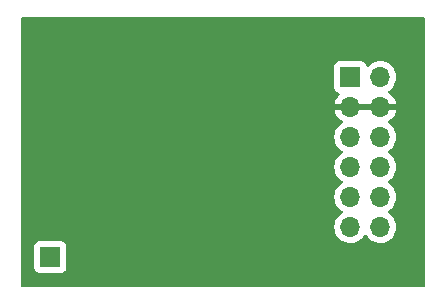
<source format=gbr>
%TF.GenerationSoftware,KiCad,Pcbnew,7.0.1*%
%TF.CreationDate,2023-03-26T17:18:11+02:00*%
%TF.ProjectId,AS4432_ANT_PMOD,41533434-3332-45f4-914e-545f504d4f44,rev?*%
%TF.SameCoordinates,Original*%
%TF.FileFunction,Copper,L2,Bot*%
%TF.FilePolarity,Positive*%
%FSLAX46Y46*%
G04 Gerber Fmt 4.6, Leading zero omitted, Abs format (unit mm)*
G04 Created by KiCad (PCBNEW 7.0.1) date 2023-03-26 17:18:11*
%MOMM*%
%LPD*%
G01*
G04 APERTURE LIST*
%TA.AperFunction,ComponentPad*%
%ADD10R,1.700000X1.700000*%
%TD*%
%TA.AperFunction,ComponentPad*%
%ADD11O,1.700000X1.700000*%
%TD*%
G04 APERTURE END LIST*
D10*
%TO.P,J1,1,Pin_1*%
%TO.N,VCC*%
X149860000Y-43180000D03*
D11*
%TO.P,J1,2,Pin_2*%
X152400000Y-43180000D03*
%TO.P,J1,3,Pin_3*%
%TO.N,GND*%
X149860000Y-45720000D03*
%TO.P,J1,4,Pin_4*%
X152400000Y-45720000D03*
%TO.P,J1,5,Pin_5*%
%TO.N,SCK*%
X149860000Y-48260000D03*
%TO.P,J1,6,Pin_6*%
%TO.N,unconnected-(J1-Pin_6-Pad6)*%
X152400000Y-48260000D03*
%TO.P,J1,7,Pin_7*%
%TO.N,MISO*%
X149860000Y-50800000D03*
%TO.P,J1,8,Pin_8*%
%TO.N,unconnected-(J1-Pin_8-Pad8)*%
X152400000Y-50800000D03*
%TO.P,J1,9,Pin_9*%
%TO.N,MOSI*%
X149860000Y-53340000D03*
%TO.P,J1,10,Pin_10*%
%TO.N,nRESET*%
X152400000Y-53340000D03*
%TO.P,J1,11,Pin_11*%
%TO.N,nCS*%
X149860000Y-55880000D03*
%TO.P,J1,12,Pin_12*%
%TO.N,IRQ*%
X152400000Y-55880000D03*
%TD*%
D10*
%TO.P,J2,1,Pin_1*%
%TO.N,Net-(J2-Pin_1)*%
X124460000Y-58420000D03*
%TD*%
%TA.AperFunction,Conductor*%
%TO.N,GND*%
G36*
X156121500Y-38142381D02*
G01*
X156167619Y-38188500D01*
X156184500Y-38251500D01*
X156184500Y-60808500D01*
X156167619Y-60871500D01*
X156121500Y-60917619D01*
X156058500Y-60934500D01*
X122071500Y-60934500D01*
X122008500Y-60917619D01*
X121962381Y-60871500D01*
X121945500Y-60808500D01*
X121945500Y-59317874D01*
X123109500Y-59317874D01*
X123115908Y-59377481D01*
X123166204Y-59512331D01*
X123252453Y-59627546D01*
X123338703Y-59692112D01*
X123367669Y-59713796D01*
X123502517Y-59764091D01*
X123562127Y-59770500D01*
X125357872Y-59770499D01*
X125357874Y-59770499D01*
X125387677Y-59767295D01*
X125417483Y-59764091D01*
X125552331Y-59713796D01*
X125667546Y-59627546D01*
X125753796Y-59512331D01*
X125804091Y-59377483D01*
X125810500Y-59317873D01*
X125810499Y-57522128D01*
X125804091Y-57462517D01*
X125753796Y-57327669D01*
X125732112Y-57298702D01*
X125667546Y-57212453D01*
X125552331Y-57126204D01*
X125417483Y-57075909D01*
X125357872Y-57069500D01*
X123562125Y-57069500D01*
X123502518Y-57075908D01*
X123367668Y-57126204D01*
X123252453Y-57212453D01*
X123166204Y-57327668D01*
X123115909Y-57462517D01*
X123109500Y-57522127D01*
X123109500Y-59317874D01*
X121945500Y-59317874D01*
X121945500Y-55880000D01*
X148504341Y-55880000D01*
X148524937Y-56115409D01*
X148586096Y-56343663D01*
X148685965Y-56557830D01*
X148821507Y-56751404D01*
X148988595Y-56918492D01*
X148988598Y-56918494D01*
X148988599Y-56918495D01*
X149182170Y-57054035D01*
X149229077Y-57075908D01*
X149396336Y-57153903D01*
X149479881Y-57176288D01*
X149624592Y-57215063D01*
X149860000Y-57235659D01*
X150095408Y-57215063D01*
X150323663Y-57153903D01*
X150537830Y-57054035D01*
X150731401Y-56918495D01*
X150898495Y-56751401D01*
X151026787Y-56568180D01*
X151071820Y-56528689D01*
X151130000Y-56514452D01*
X151188180Y-56528689D01*
X151233213Y-56568181D01*
X151361507Y-56751404D01*
X151528595Y-56918492D01*
X151528598Y-56918494D01*
X151528599Y-56918495D01*
X151722170Y-57054035D01*
X151769077Y-57075908D01*
X151936336Y-57153903D01*
X152019881Y-57176288D01*
X152164592Y-57215063D01*
X152400000Y-57235659D01*
X152635408Y-57215063D01*
X152863663Y-57153903D01*
X153077830Y-57054035D01*
X153271401Y-56918495D01*
X153438495Y-56751401D01*
X153574035Y-56557830D01*
X153673903Y-56343663D01*
X153735063Y-56115408D01*
X153755659Y-55880000D01*
X153735063Y-55644592D01*
X153673903Y-55416337D01*
X153574035Y-55202171D01*
X153438495Y-55008599D01*
X153438494Y-55008598D01*
X153438492Y-55008595D01*
X153271404Y-54841507D01*
X153088181Y-54713212D01*
X153048688Y-54668179D01*
X153034452Y-54609999D01*
X153048689Y-54551818D01*
X153088180Y-54506787D01*
X153271401Y-54378495D01*
X153438495Y-54211401D01*
X153574035Y-54017830D01*
X153673903Y-53803663D01*
X153735063Y-53575408D01*
X153755659Y-53340000D01*
X153735063Y-53104592D01*
X153673903Y-52876337D01*
X153574035Y-52662171D01*
X153438495Y-52468599D01*
X153438494Y-52468598D01*
X153438492Y-52468595D01*
X153271404Y-52301507D01*
X153088181Y-52173213D01*
X153048689Y-52128180D01*
X153034452Y-52070000D01*
X153048689Y-52011820D01*
X153088181Y-51966787D01*
X153271401Y-51838495D01*
X153438495Y-51671401D01*
X153574035Y-51477830D01*
X153673903Y-51263663D01*
X153735063Y-51035408D01*
X153755659Y-50800000D01*
X153735063Y-50564592D01*
X153673903Y-50336337D01*
X153574035Y-50122171D01*
X153438495Y-49928599D01*
X153438494Y-49928598D01*
X153438492Y-49928595D01*
X153271404Y-49761507D01*
X153088181Y-49633213D01*
X153048689Y-49588180D01*
X153034452Y-49530000D01*
X153048689Y-49471820D01*
X153088181Y-49426787D01*
X153271401Y-49298495D01*
X153438495Y-49131401D01*
X153574035Y-48937830D01*
X153673903Y-48723663D01*
X153735063Y-48495408D01*
X153755659Y-48260000D01*
X153735063Y-48024592D01*
X153673903Y-47796337D01*
X153574035Y-47582171D01*
X153438495Y-47388599D01*
X153438494Y-47388598D01*
X153438492Y-47388595D01*
X153271404Y-47221507D01*
X153092882Y-47096504D01*
X153051765Y-47048239D01*
X153039361Y-46986060D01*
X153058809Y-46925712D01*
X153105185Y-46882477D01*
X153145298Y-46860769D01*
X153322903Y-46722533D01*
X153475321Y-46556962D01*
X153598419Y-46368548D01*
X153688822Y-46162451D01*
X153736544Y-45974000D01*
X148523455Y-45974000D01*
X148571177Y-46162451D01*
X148661580Y-46368548D01*
X148784678Y-46556962D01*
X148937096Y-46722533D01*
X149114701Y-46860769D01*
X149154815Y-46882477D01*
X149201191Y-46925712D01*
X149220639Y-46986060D01*
X149208235Y-47048239D01*
X149167118Y-47096504D01*
X148988595Y-47221507D01*
X148821507Y-47388595D01*
X148685965Y-47582170D01*
X148586096Y-47796337D01*
X148524937Y-48024590D01*
X148504341Y-48259999D01*
X148524937Y-48495409D01*
X148586096Y-48723663D01*
X148685965Y-48937830D01*
X148821507Y-49131404D01*
X148988595Y-49298492D01*
X149171819Y-49426787D01*
X149211311Y-49471820D01*
X149225548Y-49530000D01*
X149211311Y-49588180D01*
X149171819Y-49633213D01*
X148988595Y-49761507D01*
X148821507Y-49928595D01*
X148685965Y-50122170D01*
X148586096Y-50336337D01*
X148524937Y-50564590D01*
X148504341Y-50800000D01*
X148524937Y-51035409D01*
X148586096Y-51263663D01*
X148685965Y-51477830D01*
X148821507Y-51671404D01*
X148988595Y-51838492D01*
X149171819Y-51966787D01*
X149211311Y-52011820D01*
X149225548Y-52070000D01*
X149211311Y-52128180D01*
X149171819Y-52173213D01*
X148988595Y-52301507D01*
X148821507Y-52468595D01*
X148685965Y-52662170D01*
X148586096Y-52876337D01*
X148524937Y-53104590D01*
X148504341Y-53339999D01*
X148524937Y-53575409D01*
X148586096Y-53803663D01*
X148685965Y-54017830D01*
X148821507Y-54211404D01*
X148988595Y-54378492D01*
X148988598Y-54378494D01*
X148988599Y-54378495D01*
X149171819Y-54506787D01*
X149211311Y-54551820D01*
X149225548Y-54610000D01*
X149211311Y-54668180D01*
X149171819Y-54713213D01*
X148988595Y-54841507D01*
X148821507Y-55008595D01*
X148685965Y-55202170D01*
X148586096Y-55416337D01*
X148524937Y-55644590D01*
X148504341Y-55880000D01*
X121945500Y-55880000D01*
X121945500Y-44077874D01*
X148509500Y-44077874D01*
X148515908Y-44137481D01*
X148566204Y-44272331D01*
X148652453Y-44387546D01*
X148738702Y-44452112D01*
X148767669Y-44473796D01*
X148885164Y-44517618D01*
X148935497Y-44552181D01*
X148963671Y-44606351D01*
X148963070Y-44667407D01*
X148933833Y-44721011D01*
X148784676Y-44883040D01*
X148661580Y-45071451D01*
X148571177Y-45277548D01*
X148523455Y-45465999D01*
X148523456Y-45466000D01*
X153736544Y-45466000D01*
X153736544Y-45465999D01*
X153688822Y-45277548D01*
X153598419Y-45071451D01*
X153475321Y-44883037D01*
X153322903Y-44717466D01*
X153145302Y-44579233D01*
X153105183Y-44557522D01*
X153058808Y-44514285D01*
X153039361Y-44453938D01*
X153051766Y-44391759D01*
X153092881Y-44343496D01*
X153271401Y-44218495D01*
X153438495Y-44051401D01*
X153574035Y-43857830D01*
X153673903Y-43643663D01*
X153735063Y-43415408D01*
X153755659Y-43180000D01*
X153735063Y-42944592D01*
X153673903Y-42716337D01*
X153574035Y-42502171D01*
X153438495Y-42308599D01*
X153438494Y-42308598D01*
X153438492Y-42308595D01*
X153271404Y-42141507D01*
X153077830Y-42005965D01*
X152863663Y-41906096D01*
X152635409Y-41844937D01*
X152517704Y-41834639D01*
X152400000Y-41824341D01*
X152399999Y-41824341D01*
X152164590Y-41844937D01*
X151936337Y-41906096D01*
X151722170Y-42005965D01*
X151528598Y-42141505D01*
X151408873Y-42261230D01*
X151355276Y-42293030D01*
X151292994Y-42295254D01*
X151237265Y-42267358D01*
X151201722Y-42216166D01*
X151173876Y-42141507D01*
X151153796Y-42087669D01*
X151132112Y-42058703D01*
X151067546Y-41972453D01*
X150952331Y-41886204D01*
X150841688Y-41844937D01*
X150817483Y-41835909D01*
X150757872Y-41829500D01*
X148962125Y-41829500D01*
X148902518Y-41835908D01*
X148767668Y-41886204D01*
X148652453Y-41972453D01*
X148566204Y-42087668D01*
X148515909Y-42222517D01*
X148509500Y-42282127D01*
X148509500Y-44077874D01*
X121945500Y-44077874D01*
X121945500Y-38251500D01*
X121962381Y-38188500D01*
X122008500Y-38142381D01*
X122071500Y-38125500D01*
X156058500Y-38125500D01*
X156121500Y-38142381D01*
G37*
%TD.AperFunction*%
%TD*%
M02*

</source>
